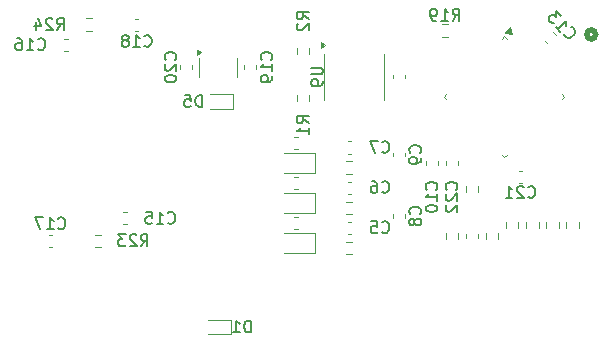
<source format=gbr>
%TF.GenerationSoftware,KiCad,Pcbnew,8.0.6-8.0.6-0~ubuntu22.04.1*%
%TF.CreationDate,2024-11-01T23:26:47+09:00*%
%TF.ProjectId,blmd_hardware,626c6d64-5f68-4617-9264-776172652e6b,rev?*%
%TF.SameCoordinates,Original*%
%TF.FileFunction,Legend,Bot*%
%TF.FilePolarity,Positive*%
%FSLAX46Y46*%
G04 Gerber Fmt 4.6, Leading zero omitted, Abs format (unit mm)*
G04 Created by KiCad (PCBNEW 8.0.6-8.0.6-0~ubuntu22.04.1) date 2024-11-01 23:26:47*
%MOMM*%
%LPD*%
G01*
G04 APERTURE LIST*
%ADD10C,0.150000*%
%ADD11C,0.508000*%
%ADD12C,0.120000*%
G04 APERTURE END LIST*
D10*
X76654819Y-59833333D02*
X76178628Y-59500000D01*
X76654819Y-59261905D02*
X75654819Y-59261905D01*
X75654819Y-59261905D02*
X75654819Y-59642857D01*
X75654819Y-59642857D02*
X75702438Y-59738095D01*
X75702438Y-59738095D02*
X75750057Y-59785714D01*
X75750057Y-59785714D02*
X75845295Y-59833333D01*
X75845295Y-59833333D02*
X75988152Y-59833333D01*
X75988152Y-59833333D02*
X76083390Y-59785714D01*
X76083390Y-59785714D02*
X76131009Y-59738095D01*
X76131009Y-59738095D02*
X76178628Y-59642857D01*
X76178628Y-59642857D02*
X76178628Y-59261905D01*
X76654819Y-60785714D02*
X76654819Y-60214286D01*
X76654819Y-60500000D02*
X75654819Y-60500000D01*
X75654819Y-60500000D02*
X75797676Y-60404762D01*
X75797676Y-60404762D02*
X75892914Y-60309524D01*
X75892914Y-60309524D02*
X75940533Y-60214286D01*
X71768094Y-77554819D02*
X71768094Y-76554819D01*
X71768094Y-76554819D02*
X71529999Y-76554819D01*
X71529999Y-76554819D02*
X71387142Y-76602438D01*
X71387142Y-76602438D02*
X71291904Y-76697676D01*
X71291904Y-76697676D02*
X71244285Y-76792914D01*
X71244285Y-76792914D02*
X71196666Y-76983390D01*
X71196666Y-76983390D02*
X71196666Y-77126247D01*
X71196666Y-77126247D02*
X71244285Y-77316723D01*
X71244285Y-77316723D02*
X71291904Y-77411961D01*
X71291904Y-77411961D02*
X71387142Y-77507200D01*
X71387142Y-77507200D02*
X71529999Y-77554819D01*
X71529999Y-77554819D02*
X71768094Y-77554819D01*
X70244285Y-77554819D02*
X70815713Y-77554819D01*
X70529999Y-77554819D02*
X70529999Y-76554819D01*
X70529999Y-76554819D02*
X70625237Y-76697676D01*
X70625237Y-76697676D02*
X70720475Y-76792914D01*
X70720475Y-76792914D02*
X70815713Y-76840533D01*
X87459580Y-65457142D02*
X87507200Y-65409523D01*
X87507200Y-65409523D02*
X87554819Y-65266666D01*
X87554819Y-65266666D02*
X87554819Y-65171428D01*
X87554819Y-65171428D02*
X87507200Y-65028571D01*
X87507200Y-65028571D02*
X87411961Y-64933333D01*
X87411961Y-64933333D02*
X87316723Y-64885714D01*
X87316723Y-64885714D02*
X87126247Y-64838095D01*
X87126247Y-64838095D02*
X86983390Y-64838095D01*
X86983390Y-64838095D02*
X86792914Y-64885714D01*
X86792914Y-64885714D02*
X86697676Y-64933333D01*
X86697676Y-64933333D02*
X86602438Y-65028571D01*
X86602438Y-65028571D02*
X86554819Y-65171428D01*
X86554819Y-65171428D02*
X86554819Y-65266666D01*
X86554819Y-65266666D02*
X86602438Y-65409523D01*
X86602438Y-65409523D02*
X86650057Y-65457142D01*
X87554819Y-66409523D02*
X87554819Y-65838095D01*
X87554819Y-66123809D02*
X86554819Y-66123809D01*
X86554819Y-66123809D02*
X86697676Y-66028571D01*
X86697676Y-66028571D02*
X86792914Y-65933333D01*
X86792914Y-65933333D02*
X86840533Y-65838095D01*
X86554819Y-67028571D02*
X86554819Y-67123809D01*
X86554819Y-67123809D02*
X86602438Y-67219047D01*
X86602438Y-67219047D02*
X86650057Y-67266666D01*
X86650057Y-67266666D02*
X86745295Y-67314285D01*
X86745295Y-67314285D02*
X86935771Y-67361904D01*
X86935771Y-67361904D02*
X87173866Y-67361904D01*
X87173866Y-67361904D02*
X87364342Y-67314285D01*
X87364342Y-67314285D02*
X87459580Y-67266666D01*
X87459580Y-67266666D02*
X87507200Y-67219047D01*
X87507200Y-67219047D02*
X87554819Y-67123809D01*
X87554819Y-67123809D02*
X87554819Y-67028571D01*
X87554819Y-67028571D02*
X87507200Y-66933333D01*
X87507200Y-66933333D02*
X87459580Y-66885714D01*
X87459580Y-66885714D02*
X87364342Y-66838095D01*
X87364342Y-66838095D02*
X87173866Y-66790476D01*
X87173866Y-66790476D02*
X86935771Y-66790476D01*
X86935771Y-66790476D02*
X86745295Y-66838095D01*
X86745295Y-66838095D02*
X86650057Y-66885714D01*
X86650057Y-66885714D02*
X86602438Y-66933333D01*
X86602438Y-66933333D02*
X86554819Y-67028571D01*
X82866666Y-65659580D02*
X82914285Y-65707200D01*
X82914285Y-65707200D02*
X83057142Y-65754819D01*
X83057142Y-65754819D02*
X83152380Y-65754819D01*
X83152380Y-65754819D02*
X83295237Y-65707200D01*
X83295237Y-65707200D02*
X83390475Y-65611961D01*
X83390475Y-65611961D02*
X83438094Y-65516723D01*
X83438094Y-65516723D02*
X83485713Y-65326247D01*
X83485713Y-65326247D02*
X83485713Y-65183390D01*
X83485713Y-65183390D02*
X83438094Y-64992914D01*
X83438094Y-64992914D02*
X83390475Y-64897676D01*
X83390475Y-64897676D02*
X83295237Y-64802438D01*
X83295237Y-64802438D02*
X83152380Y-64754819D01*
X83152380Y-64754819D02*
X83057142Y-64754819D01*
X83057142Y-64754819D02*
X82914285Y-64802438D01*
X82914285Y-64802438D02*
X82866666Y-64850057D01*
X82009523Y-64754819D02*
X82199999Y-64754819D01*
X82199999Y-64754819D02*
X82295237Y-64802438D01*
X82295237Y-64802438D02*
X82342856Y-64850057D01*
X82342856Y-64850057D02*
X82438094Y-64992914D01*
X82438094Y-64992914D02*
X82485713Y-65183390D01*
X82485713Y-65183390D02*
X82485713Y-65564342D01*
X82485713Y-65564342D02*
X82438094Y-65659580D01*
X82438094Y-65659580D02*
X82390475Y-65707200D01*
X82390475Y-65707200D02*
X82295237Y-65754819D01*
X82295237Y-65754819D02*
X82104761Y-65754819D01*
X82104761Y-65754819D02*
X82009523Y-65707200D01*
X82009523Y-65707200D02*
X81961904Y-65659580D01*
X81961904Y-65659580D02*
X81914285Y-65564342D01*
X81914285Y-65564342D02*
X81914285Y-65326247D01*
X81914285Y-65326247D02*
X81961904Y-65231009D01*
X81961904Y-65231009D02*
X82009523Y-65183390D01*
X82009523Y-65183390D02*
X82104761Y-65135771D01*
X82104761Y-65135771D02*
X82295237Y-65135771D01*
X82295237Y-65135771D02*
X82390475Y-65183390D01*
X82390475Y-65183390D02*
X82438094Y-65231009D01*
X82438094Y-65231009D02*
X82485713Y-65326247D01*
X95242857Y-66059580D02*
X95290476Y-66107200D01*
X95290476Y-66107200D02*
X95433333Y-66154819D01*
X95433333Y-66154819D02*
X95528571Y-66154819D01*
X95528571Y-66154819D02*
X95671428Y-66107200D01*
X95671428Y-66107200D02*
X95766666Y-66011961D01*
X95766666Y-66011961D02*
X95814285Y-65916723D01*
X95814285Y-65916723D02*
X95861904Y-65726247D01*
X95861904Y-65726247D02*
X95861904Y-65583390D01*
X95861904Y-65583390D02*
X95814285Y-65392914D01*
X95814285Y-65392914D02*
X95766666Y-65297676D01*
X95766666Y-65297676D02*
X95671428Y-65202438D01*
X95671428Y-65202438D02*
X95528571Y-65154819D01*
X95528571Y-65154819D02*
X95433333Y-65154819D01*
X95433333Y-65154819D02*
X95290476Y-65202438D01*
X95290476Y-65202438D02*
X95242857Y-65250057D01*
X94861904Y-65250057D02*
X94814285Y-65202438D01*
X94814285Y-65202438D02*
X94719047Y-65154819D01*
X94719047Y-65154819D02*
X94480952Y-65154819D01*
X94480952Y-65154819D02*
X94385714Y-65202438D01*
X94385714Y-65202438D02*
X94338095Y-65250057D01*
X94338095Y-65250057D02*
X94290476Y-65345295D01*
X94290476Y-65345295D02*
X94290476Y-65440533D01*
X94290476Y-65440533D02*
X94338095Y-65583390D01*
X94338095Y-65583390D02*
X94909523Y-66154819D01*
X94909523Y-66154819D02*
X94290476Y-66154819D01*
X93338095Y-66154819D02*
X93909523Y-66154819D01*
X93623809Y-66154819D02*
X93623809Y-65154819D01*
X93623809Y-65154819D02*
X93719047Y-65297676D01*
X93719047Y-65297676D02*
X93814285Y-65392914D01*
X93814285Y-65392914D02*
X93909523Y-65440533D01*
X73489580Y-54457142D02*
X73537200Y-54409523D01*
X73537200Y-54409523D02*
X73584819Y-54266666D01*
X73584819Y-54266666D02*
X73584819Y-54171428D01*
X73584819Y-54171428D02*
X73537200Y-54028571D01*
X73537200Y-54028571D02*
X73441961Y-53933333D01*
X73441961Y-53933333D02*
X73346723Y-53885714D01*
X73346723Y-53885714D02*
X73156247Y-53838095D01*
X73156247Y-53838095D02*
X73013390Y-53838095D01*
X73013390Y-53838095D02*
X72822914Y-53885714D01*
X72822914Y-53885714D02*
X72727676Y-53933333D01*
X72727676Y-53933333D02*
X72632438Y-54028571D01*
X72632438Y-54028571D02*
X72584819Y-54171428D01*
X72584819Y-54171428D02*
X72584819Y-54266666D01*
X72584819Y-54266666D02*
X72632438Y-54409523D01*
X72632438Y-54409523D02*
X72680057Y-54457142D01*
X73584819Y-55409523D02*
X73584819Y-54838095D01*
X73584819Y-55123809D02*
X72584819Y-55123809D01*
X72584819Y-55123809D02*
X72727676Y-55028571D01*
X72727676Y-55028571D02*
X72822914Y-54933333D01*
X72822914Y-54933333D02*
X72870533Y-54838095D01*
X73584819Y-55885714D02*
X73584819Y-56076190D01*
X73584819Y-56076190D02*
X73537200Y-56171428D01*
X73537200Y-56171428D02*
X73489580Y-56219047D01*
X73489580Y-56219047D02*
X73346723Y-56314285D01*
X73346723Y-56314285D02*
X73156247Y-56361904D01*
X73156247Y-56361904D02*
X72775295Y-56361904D01*
X72775295Y-56361904D02*
X72680057Y-56314285D01*
X72680057Y-56314285D02*
X72632438Y-56266666D01*
X72632438Y-56266666D02*
X72584819Y-56171428D01*
X72584819Y-56171428D02*
X72584819Y-55980952D01*
X72584819Y-55980952D02*
X72632438Y-55885714D01*
X72632438Y-55885714D02*
X72680057Y-55838095D01*
X72680057Y-55838095D02*
X72775295Y-55790476D01*
X72775295Y-55790476D02*
X73013390Y-55790476D01*
X73013390Y-55790476D02*
X73108628Y-55838095D01*
X73108628Y-55838095D02*
X73156247Y-55885714D01*
X73156247Y-55885714D02*
X73203866Y-55980952D01*
X73203866Y-55980952D02*
X73203866Y-56171428D01*
X73203866Y-56171428D02*
X73156247Y-56266666D01*
X73156247Y-56266666D02*
X73108628Y-56314285D01*
X73108628Y-56314285D02*
X73013390Y-56361904D01*
X64742857Y-68259580D02*
X64790476Y-68307200D01*
X64790476Y-68307200D02*
X64933333Y-68354819D01*
X64933333Y-68354819D02*
X65028571Y-68354819D01*
X65028571Y-68354819D02*
X65171428Y-68307200D01*
X65171428Y-68307200D02*
X65266666Y-68211961D01*
X65266666Y-68211961D02*
X65314285Y-68116723D01*
X65314285Y-68116723D02*
X65361904Y-67926247D01*
X65361904Y-67926247D02*
X65361904Y-67783390D01*
X65361904Y-67783390D02*
X65314285Y-67592914D01*
X65314285Y-67592914D02*
X65266666Y-67497676D01*
X65266666Y-67497676D02*
X65171428Y-67402438D01*
X65171428Y-67402438D02*
X65028571Y-67354819D01*
X65028571Y-67354819D02*
X64933333Y-67354819D01*
X64933333Y-67354819D02*
X64790476Y-67402438D01*
X64790476Y-67402438D02*
X64742857Y-67450057D01*
X63790476Y-68354819D02*
X64361904Y-68354819D01*
X64076190Y-68354819D02*
X64076190Y-67354819D01*
X64076190Y-67354819D02*
X64171428Y-67497676D01*
X64171428Y-67497676D02*
X64266666Y-67592914D01*
X64266666Y-67592914D02*
X64361904Y-67640533D01*
X62885714Y-67354819D02*
X63361904Y-67354819D01*
X63361904Y-67354819D02*
X63409523Y-67831009D01*
X63409523Y-67831009D02*
X63361904Y-67783390D01*
X63361904Y-67783390D02*
X63266666Y-67735771D01*
X63266666Y-67735771D02*
X63028571Y-67735771D01*
X63028571Y-67735771D02*
X62933333Y-67783390D01*
X62933333Y-67783390D02*
X62885714Y-67831009D01*
X62885714Y-67831009D02*
X62838095Y-67926247D01*
X62838095Y-67926247D02*
X62838095Y-68164342D01*
X62838095Y-68164342D02*
X62885714Y-68259580D01*
X62885714Y-68259580D02*
X62933333Y-68307200D01*
X62933333Y-68307200D02*
X63028571Y-68354819D01*
X63028571Y-68354819D02*
X63266666Y-68354819D01*
X63266666Y-68354819D02*
X63361904Y-68307200D01*
X63361904Y-68307200D02*
X63409523Y-68259580D01*
X62742857Y-53289580D02*
X62790476Y-53337200D01*
X62790476Y-53337200D02*
X62933333Y-53384819D01*
X62933333Y-53384819D02*
X63028571Y-53384819D01*
X63028571Y-53384819D02*
X63171428Y-53337200D01*
X63171428Y-53337200D02*
X63266666Y-53241961D01*
X63266666Y-53241961D02*
X63314285Y-53146723D01*
X63314285Y-53146723D02*
X63361904Y-52956247D01*
X63361904Y-52956247D02*
X63361904Y-52813390D01*
X63361904Y-52813390D02*
X63314285Y-52622914D01*
X63314285Y-52622914D02*
X63266666Y-52527676D01*
X63266666Y-52527676D02*
X63171428Y-52432438D01*
X63171428Y-52432438D02*
X63028571Y-52384819D01*
X63028571Y-52384819D02*
X62933333Y-52384819D01*
X62933333Y-52384819D02*
X62790476Y-52432438D01*
X62790476Y-52432438D02*
X62742857Y-52480057D01*
X61790476Y-53384819D02*
X62361904Y-53384819D01*
X62076190Y-53384819D02*
X62076190Y-52384819D01*
X62076190Y-52384819D02*
X62171428Y-52527676D01*
X62171428Y-52527676D02*
X62266666Y-52622914D01*
X62266666Y-52622914D02*
X62361904Y-52670533D01*
X61219047Y-52813390D02*
X61314285Y-52765771D01*
X61314285Y-52765771D02*
X61361904Y-52718152D01*
X61361904Y-52718152D02*
X61409523Y-52622914D01*
X61409523Y-52622914D02*
X61409523Y-52575295D01*
X61409523Y-52575295D02*
X61361904Y-52480057D01*
X61361904Y-52480057D02*
X61314285Y-52432438D01*
X61314285Y-52432438D02*
X61219047Y-52384819D01*
X61219047Y-52384819D02*
X61028571Y-52384819D01*
X61028571Y-52384819D02*
X60933333Y-52432438D01*
X60933333Y-52432438D02*
X60885714Y-52480057D01*
X60885714Y-52480057D02*
X60838095Y-52575295D01*
X60838095Y-52575295D02*
X60838095Y-52622914D01*
X60838095Y-52622914D02*
X60885714Y-52718152D01*
X60885714Y-52718152D02*
X60933333Y-52765771D01*
X60933333Y-52765771D02*
X61028571Y-52813390D01*
X61028571Y-52813390D02*
X61219047Y-52813390D01*
X61219047Y-52813390D02*
X61314285Y-52861009D01*
X61314285Y-52861009D02*
X61361904Y-52908628D01*
X61361904Y-52908628D02*
X61409523Y-53003866D01*
X61409523Y-53003866D02*
X61409523Y-53194342D01*
X61409523Y-53194342D02*
X61361904Y-53289580D01*
X61361904Y-53289580D02*
X61314285Y-53337200D01*
X61314285Y-53337200D02*
X61219047Y-53384819D01*
X61219047Y-53384819D02*
X61028571Y-53384819D01*
X61028571Y-53384819D02*
X60933333Y-53337200D01*
X60933333Y-53337200D02*
X60885714Y-53289580D01*
X60885714Y-53289580D02*
X60838095Y-53194342D01*
X60838095Y-53194342D02*
X60838095Y-53003866D01*
X60838095Y-53003866D02*
X60885714Y-52908628D01*
X60885714Y-52908628D02*
X60933333Y-52861009D01*
X60933333Y-52861009D02*
X61028571Y-52813390D01*
X89159580Y-65457142D02*
X89207200Y-65409523D01*
X89207200Y-65409523D02*
X89254819Y-65266666D01*
X89254819Y-65266666D02*
X89254819Y-65171428D01*
X89254819Y-65171428D02*
X89207200Y-65028571D01*
X89207200Y-65028571D02*
X89111961Y-64933333D01*
X89111961Y-64933333D02*
X89016723Y-64885714D01*
X89016723Y-64885714D02*
X88826247Y-64838095D01*
X88826247Y-64838095D02*
X88683390Y-64838095D01*
X88683390Y-64838095D02*
X88492914Y-64885714D01*
X88492914Y-64885714D02*
X88397676Y-64933333D01*
X88397676Y-64933333D02*
X88302438Y-65028571D01*
X88302438Y-65028571D02*
X88254819Y-65171428D01*
X88254819Y-65171428D02*
X88254819Y-65266666D01*
X88254819Y-65266666D02*
X88302438Y-65409523D01*
X88302438Y-65409523D02*
X88350057Y-65457142D01*
X88350057Y-65838095D02*
X88302438Y-65885714D01*
X88302438Y-65885714D02*
X88254819Y-65980952D01*
X88254819Y-65980952D02*
X88254819Y-66219047D01*
X88254819Y-66219047D02*
X88302438Y-66314285D01*
X88302438Y-66314285D02*
X88350057Y-66361904D01*
X88350057Y-66361904D02*
X88445295Y-66409523D01*
X88445295Y-66409523D02*
X88540533Y-66409523D01*
X88540533Y-66409523D02*
X88683390Y-66361904D01*
X88683390Y-66361904D02*
X89254819Y-65790476D01*
X89254819Y-65790476D02*
X89254819Y-66409523D01*
X88350057Y-66790476D02*
X88302438Y-66838095D01*
X88302438Y-66838095D02*
X88254819Y-66933333D01*
X88254819Y-66933333D02*
X88254819Y-67171428D01*
X88254819Y-67171428D02*
X88302438Y-67266666D01*
X88302438Y-67266666D02*
X88350057Y-67314285D01*
X88350057Y-67314285D02*
X88445295Y-67361904D01*
X88445295Y-67361904D02*
X88540533Y-67361904D01*
X88540533Y-67361904D02*
X88683390Y-67314285D01*
X88683390Y-67314285D02*
X89254819Y-66742857D01*
X89254819Y-66742857D02*
X89254819Y-67361904D01*
X62442857Y-70254819D02*
X62776190Y-69778628D01*
X63014285Y-70254819D02*
X63014285Y-69254819D01*
X63014285Y-69254819D02*
X62633333Y-69254819D01*
X62633333Y-69254819D02*
X62538095Y-69302438D01*
X62538095Y-69302438D02*
X62490476Y-69350057D01*
X62490476Y-69350057D02*
X62442857Y-69445295D01*
X62442857Y-69445295D02*
X62442857Y-69588152D01*
X62442857Y-69588152D02*
X62490476Y-69683390D01*
X62490476Y-69683390D02*
X62538095Y-69731009D01*
X62538095Y-69731009D02*
X62633333Y-69778628D01*
X62633333Y-69778628D02*
X63014285Y-69778628D01*
X62061904Y-69350057D02*
X62014285Y-69302438D01*
X62014285Y-69302438D02*
X61919047Y-69254819D01*
X61919047Y-69254819D02*
X61680952Y-69254819D01*
X61680952Y-69254819D02*
X61585714Y-69302438D01*
X61585714Y-69302438D02*
X61538095Y-69350057D01*
X61538095Y-69350057D02*
X61490476Y-69445295D01*
X61490476Y-69445295D02*
X61490476Y-69540533D01*
X61490476Y-69540533D02*
X61538095Y-69683390D01*
X61538095Y-69683390D02*
X62109523Y-70254819D01*
X62109523Y-70254819D02*
X61490476Y-70254819D01*
X61157142Y-69254819D02*
X60538095Y-69254819D01*
X60538095Y-69254819D02*
X60871428Y-69635771D01*
X60871428Y-69635771D02*
X60728571Y-69635771D01*
X60728571Y-69635771D02*
X60633333Y-69683390D01*
X60633333Y-69683390D02*
X60585714Y-69731009D01*
X60585714Y-69731009D02*
X60538095Y-69826247D01*
X60538095Y-69826247D02*
X60538095Y-70064342D01*
X60538095Y-70064342D02*
X60585714Y-70159580D01*
X60585714Y-70159580D02*
X60633333Y-70207200D01*
X60633333Y-70207200D02*
X60728571Y-70254819D01*
X60728571Y-70254819D02*
X61014285Y-70254819D01*
X61014285Y-70254819D02*
X61109523Y-70207200D01*
X61109523Y-70207200D02*
X61157142Y-70159580D01*
X67638094Y-58454819D02*
X67638094Y-57454819D01*
X67638094Y-57454819D02*
X67399999Y-57454819D01*
X67399999Y-57454819D02*
X67257142Y-57502438D01*
X67257142Y-57502438D02*
X67161904Y-57597676D01*
X67161904Y-57597676D02*
X67114285Y-57692914D01*
X67114285Y-57692914D02*
X67066666Y-57883390D01*
X67066666Y-57883390D02*
X67066666Y-58026247D01*
X67066666Y-58026247D02*
X67114285Y-58216723D01*
X67114285Y-58216723D02*
X67161904Y-58311961D01*
X67161904Y-58311961D02*
X67257142Y-58407200D01*
X67257142Y-58407200D02*
X67399999Y-58454819D01*
X67399999Y-58454819D02*
X67638094Y-58454819D01*
X66161904Y-57454819D02*
X66638094Y-57454819D01*
X66638094Y-57454819D02*
X66685713Y-57931009D01*
X66685713Y-57931009D02*
X66638094Y-57883390D01*
X66638094Y-57883390D02*
X66542856Y-57835771D01*
X66542856Y-57835771D02*
X66304761Y-57835771D01*
X66304761Y-57835771D02*
X66209523Y-57883390D01*
X66209523Y-57883390D02*
X66161904Y-57931009D01*
X66161904Y-57931009D02*
X66114285Y-58026247D01*
X66114285Y-58026247D02*
X66114285Y-58264342D01*
X66114285Y-58264342D02*
X66161904Y-58359580D01*
X66161904Y-58359580D02*
X66209523Y-58407200D01*
X66209523Y-58407200D02*
X66304761Y-58454819D01*
X66304761Y-58454819D02*
X66542856Y-58454819D01*
X66542856Y-58454819D02*
X66638094Y-58407200D01*
X66638094Y-58407200D02*
X66685713Y-58359580D01*
X86089580Y-67533333D02*
X86137200Y-67485714D01*
X86137200Y-67485714D02*
X86184819Y-67342857D01*
X86184819Y-67342857D02*
X86184819Y-67247619D01*
X86184819Y-67247619D02*
X86137200Y-67104762D01*
X86137200Y-67104762D02*
X86041961Y-67009524D01*
X86041961Y-67009524D02*
X85946723Y-66961905D01*
X85946723Y-66961905D02*
X85756247Y-66914286D01*
X85756247Y-66914286D02*
X85613390Y-66914286D01*
X85613390Y-66914286D02*
X85422914Y-66961905D01*
X85422914Y-66961905D02*
X85327676Y-67009524D01*
X85327676Y-67009524D02*
X85232438Y-67104762D01*
X85232438Y-67104762D02*
X85184819Y-67247619D01*
X85184819Y-67247619D02*
X85184819Y-67342857D01*
X85184819Y-67342857D02*
X85232438Y-67485714D01*
X85232438Y-67485714D02*
X85280057Y-67533333D01*
X85613390Y-68104762D02*
X85565771Y-68009524D01*
X85565771Y-68009524D02*
X85518152Y-67961905D01*
X85518152Y-67961905D02*
X85422914Y-67914286D01*
X85422914Y-67914286D02*
X85375295Y-67914286D01*
X85375295Y-67914286D02*
X85280057Y-67961905D01*
X85280057Y-67961905D02*
X85232438Y-68009524D01*
X85232438Y-68009524D02*
X85184819Y-68104762D01*
X85184819Y-68104762D02*
X85184819Y-68295238D01*
X85184819Y-68295238D02*
X85232438Y-68390476D01*
X85232438Y-68390476D02*
X85280057Y-68438095D01*
X85280057Y-68438095D02*
X85375295Y-68485714D01*
X85375295Y-68485714D02*
X85422914Y-68485714D01*
X85422914Y-68485714D02*
X85518152Y-68438095D01*
X85518152Y-68438095D02*
X85565771Y-68390476D01*
X85565771Y-68390476D02*
X85613390Y-68295238D01*
X85613390Y-68295238D02*
X85613390Y-68104762D01*
X85613390Y-68104762D02*
X85661009Y-68009524D01*
X85661009Y-68009524D02*
X85708628Y-67961905D01*
X85708628Y-67961905D02*
X85803866Y-67914286D01*
X85803866Y-67914286D02*
X85994342Y-67914286D01*
X85994342Y-67914286D02*
X86089580Y-67961905D01*
X86089580Y-67961905D02*
X86137200Y-68009524D01*
X86137200Y-68009524D02*
X86184819Y-68104762D01*
X86184819Y-68104762D02*
X86184819Y-68295238D01*
X86184819Y-68295238D02*
X86137200Y-68390476D01*
X86137200Y-68390476D02*
X86089580Y-68438095D01*
X86089580Y-68438095D02*
X85994342Y-68485714D01*
X85994342Y-68485714D02*
X85803866Y-68485714D01*
X85803866Y-68485714D02*
X85708628Y-68438095D01*
X85708628Y-68438095D02*
X85661009Y-68390476D01*
X85661009Y-68390476D02*
X85613390Y-68295238D01*
X86089580Y-62333333D02*
X86137200Y-62285714D01*
X86137200Y-62285714D02*
X86184819Y-62142857D01*
X86184819Y-62142857D02*
X86184819Y-62047619D01*
X86184819Y-62047619D02*
X86137200Y-61904762D01*
X86137200Y-61904762D02*
X86041961Y-61809524D01*
X86041961Y-61809524D02*
X85946723Y-61761905D01*
X85946723Y-61761905D02*
X85756247Y-61714286D01*
X85756247Y-61714286D02*
X85613390Y-61714286D01*
X85613390Y-61714286D02*
X85422914Y-61761905D01*
X85422914Y-61761905D02*
X85327676Y-61809524D01*
X85327676Y-61809524D02*
X85232438Y-61904762D01*
X85232438Y-61904762D02*
X85184819Y-62047619D01*
X85184819Y-62047619D02*
X85184819Y-62142857D01*
X85184819Y-62142857D02*
X85232438Y-62285714D01*
X85232438Y-62285714D02*
X85280057Y-62333333D01*
X86184819Y-62809524D02*
X86184819Y-63000000D01*
X86184819Y-63000000D02*
X86137200Y-63095238D01*
X86137200Y-63095238D02*
X86089580Y-63142857D01*
X86089580Y-63142857D02*
X85946723Y-63238095D01*
X85946723Y-63238095D02*
X85756247Y-63285714D01*
X85756247Y-63285714D02*
X85375295Y-63285714D01*
X85375295Y-63285714D02*
X85280057Y-63238095D01*
X85280057Y-63238095D02*
X85232438Y-63190476D01*
X85232438Y-63190476D02*
X85184819Y-63095238D01*
X85184819Y-63095238D02*
X85184819Y-62904762D01*
X85184819Y-62904762D02*
X85232438Y-62809524D01*
X85232438Y-62809524D02*
X85280057Y-62761905D01*
X85280057Y-62761905D02*
X85375295Y-62714286D01*
X85375295Y-62714286D02*
X85613390Y-62714286D01*
X85613390Y-62714286D02*
X85708628Y-62761905D01*
X85708628Y-62761905D02*
X85756247Y-62809524D01*
X85756247Y-62809524D02*
X85803866Y-62904762D01*
X85803866Y-62904762D02*
X85803866Y-63095238D01*
X85803866Y-63095238D02*
X85756247Y-63190476D01*
X85756247Y-63190476D02*
X85708628Y-63238095D01*
X85708628Y-63238095D02*
X85613390Y-63285714D01*
X82866666Y-69059580D02*
X82914285Y-69107200D01*
X82914285Y-69107200D02*
X83057142Y-69154819D01*
X83057142Y-69154819D02*
X83152380Y-69154819D01*
X83152380Y-69154819D02*
X83295237Y-69107200D01*
X83295237Y-69107200D02*
X83390475Y-69011961D01*
X83390475Y-69011961D02*
X83438094Y-68916723D01*
X83438094Y-68916723D02*
X83485713Y-68726247D01*
X83485713Y-68726247D02*
X83485713Y-68583390D01*
X83485713Y-68583390D02*
X83438094Y-68392914D01*
X83438094Y-68392914D02*
X83390475Y-68297676D01*
X83390475Y-68297676D02*
X83295237Y-68202438D01*
X83295237Y-68202438D02*
X83152380Y-68154819D01*
X83152380Y-68154819D02*
X83057142Y-68154819D01*
X83057142Y-68154819D02*
X82914285Y-68202438D01*
X82914285Y-68202438D02*
X82866666Y-68250057D01*
X81961904Y-68154819D02*
X82438094Y-68154819D01*
X82438094Y-68154819D02*
X82485713Y-68631009D01*
X82485713Y-68631009D02*
X82438094Y-68583390D01*
X82438094Y-68583390D02*
X82342856Y-68535771D01*
X82342856Y-68535771D02*
X82104761Y-68535771D01*
X82104761Y-68535771D02*
X82009523Y-68583390D01*
X82009523Y-68583390D02*
X81961904Y-68631009D01*
X81961904Y-68631009D02*
X81914285Y-68726247D01*
X81914285Y-68726247D02*
X81914285Y-68964342D01*
X81914285Y-68964342D02*
X81961904Y-69059580D01*
X81961904Y-69059580D02*
X82009523Y-69107200D01*
X82009523Y-69107200D02*
X82104761Y-69154819D01*
X82104761Y-69154819D02*
X82342856Y-69154819D01*
X82342856Y-69154819D02*
X82438094Y-69107200D01*
X82438094Y-69107200D02*
X82485713Y-69059580D01*
X55342857Y-51954819D02*
X55676190Y-51478628D01*
X55914285Y-51954819D02*
X55914285Y-50954819D01*
X55914285Y-50954819D02*
X55533333Y-50954819D01*
X55533333Y-50954819D02*
X55438095Y-51002438D01*
X55438095Y-51002438D02*
X55390476Y-51050057D01*
X55390476Y-51050057D02*
X55342857Y-51145295D01*
X55342857Y-51145295D02*
X55342857Y-51288152D01*
X55342857Y-51288152D02*
X55390476Y-51383390D01*
X55390476Y-51383390D02*
X55438095Y-51431009D01*
X55438095Y-51431009D02*
X55533333Y-51478628D01*
X55533333Y-51478628D02*
X55914285Y-51478628D01*
X54961904Y-51050057D02*
X54914285Y-51002438D01*
X54914285Y-51002438D02*
X54819047Y-50954819D01*
X54819047Y-50954819D02*
X54580952Y-50954819D01*
X54580952Y-50954819D02*
X54485714Y-51002438D01*
X54485714Y-51002438D02*
X54438095Y-51050057D01*
X54438095Y-51050057D02*
X54390476Y-51145295D01*
X54390476Y-51145295D02*
X54390476Y-51240533D01*
X54390476Y-51240533D02*
X54438095Y-51383390D01*
X54438095Y-51383390D02*
X55009523Y-51954819D01*
X55009523Y-51954819D02*
X54390476Y-51954819D01*
X53533333Y-51288152D02*
X53533333Y-51954819D01*
X53771428Y-50907200D02*
X54009523Y-51621485D01*
X54009523Y-51621485D02*
X53390476Y-51621485D01*
X82866666Y-62259580D02*
X82914285Y-62307200D01*
X82914285Y-62307200D02*
X83057142Y-62354819D01*
X83057142Y-62354819D02*
X83152380Y-62354819D01*
X83152380Y-62354819D02*
X83295237Y-62307200D01*
X83295237Y-62307200D02*
X83390475Y-62211961D01*
X83390475Y-62211961D02*
X83438094Y-62116723D01*
X83438094Y-62116723D02*
X83485713Y-61926247D01*
X83485713Y-61926247D02*
X83485713Y-61783390D01*
X83485713Y-61783390D02*
X83438094Y-61592914D01*
X83438094Y-61592914D02*
X83390475Y-61497676D01*
X83390475Y-61497676D02*
X83295237Y-61402438D01*
X83295237Y-61402438D02*
X83152380Y-61354819D01*
X83152380Y-61354819D02*
X83057142Y-61354819D01*
X83057142Y-61354819D02*
X82914285Y-61402438D01*
X82914285Y-61402438D02*
X82866666Y-61450057D01*
X82533332Y-61354819D02*
X81866666Y-61354819D01*
X81866666Y-61354819D02*
X82295237Y-62354819D01*
X55442857Y-68729580D02*
X55490476Y-68777200D01*
X55490476Y-68777200D02*
X55633333Y-68824819D01*
X55633333Y-68824819D02*
X55728571Y-68824819D01*
X55728571Y-68824819D02*
X55871428Y-68777200D01*
X55871428Y-68777200D02*
X55966666Y-68681961D01*
X55966666Y-68681961D02*
X56014285Y-68586723D01*
X56014285Y-68586723D02*
X56061904Y-68396247D01*
X56061904Y-68396247D02*
X56061904Y-68253390D01*
X56061904Y-68253390D02*
X56014285Y-68062914D01*
X56014285Y-68062914D02*
X55966666Y-67967676D01*
X55966666Y-67967676D02*
X55871428Y-67872438D01*
X55871428Y-67872438D02*
X55728571Y-67824819D01*
X55728571Y-67824819D02*
X55633333Y-67824819D01*
X55633333Y-67824819D02*
X55490476Y-67872438D01*
X55490476Y-67872438D02*
X55442857Y-67920057D01*
X54490476Y-68824819D02*
X55061904Y-68824819D01*
X54776190Y-68824819D02*
X54776190Y-67824819D01*
X54776190Y-67824819D02*
X54871428Y-67967676D01*
X54871428Y-67967676D02*
X54966666Y-68062914D01*
X54966666Y-68062914D02*
X55061904Y-68110533D01*
X54157142Y-67824819D02*
X53490476Y-67824819D01*
X53490476Y-67824819D02*
X53919047Y-68824819D01*
X76854819Y-55138095D02*
X77664342Y-55138095D01*
X77664342Y-55138095D02*
X77759580Y-55185714D01*
X77759580Y-55185714D02*
X77807200Y-55233333D01*
X77807200Y-55233333D02*
X77854819Y-55328571D01*
X77854819Y-55328571D02*
X77854819Y-55519047D01*
X77854819Y-55519047D02*
X77807200Y-55614285D01*
X77807200Y-55614285D02*
X77759580Y-55661904D01*
X77759580Y-55661904D02*
X77664342Y-55709523D01*
X77664342Y-55709523D02*
X76854819Y-55709523D01*
X77854819Y-56233333D02*
X77854819Y-56423809D01*
X77854819Y-56423809D02*
X77807200Y-56519047D01*
X77807200Y-56519047D02*
X77759580Y-56566666D01*
X77759580Y-56566666D02*
X77616723Y-56661904D01*
X77616723Y-56661904D02*
X77426247Y-56709523D01*
X77426247Y-56709523D02*
X77045295Y-56709523D01*
X77045295Y-56709523D02*
X76950057Y-56661904D01*
X76950057Y-56661904D02*
X76902438Y-56614285D01*
X76902438Y-56614285D02*
X76854819Y-56519047D01*
X76854819Y-56519047D02*
X76854819Y-56328571D01*
X76854819Y-56328571D02*
X76902438Y-56233333D01*
X76902438Y-56233333D02*
X76950057Y-56185714D01*
X76950057Y-56185714D02*
X77045295Y-56138095D01*
X77045295Y-56138095D02*
X77283390Y-56138095D01*
X77283390Y-56138095D02*
X77378628Y-56185714D01*
X77378628Y-56185714D02*
X77426247Y-56233333D01*
X77426247Y-56233333D02*
X77473866Y-56328571D01*
X77473866Y-56328571D02*
X77473866Y-56519047D01*
X77473866Y-56519047D02*
X77426247Y-56614285D01*
X77426247Y-56614285D02*
X77378628Y-56661904D01*
X77378628Y-56661904D02*
X77283390Y-56709523D01*
X53742857Y-53559580D02*
X53790476Y-53607200D01*
X53790476Y-53607200D02*
X53933333Y-53654819D01*
X53933333Y-53654819D02*
X54028571Y-53654819D01*
X54028571Y-53654819D02*
X54171428Y-53607200D01*
X54171428Y-53607200D02*
X54266666Y-53511961D01*
X54266666Y-53511961D02*
X54314285Y-53416723D01*
X54314285Y-53416723D02*
X54361904Y-53226247D01*
X54361904Y-53226247D02*
X54361904Y-53083390D01*
X54361904Y-53083390D02*
X54314285Y-52892914D01*
X54314285Y-52892914D02*
X54266666Y-52797676D01*
X54266666Y-52797676D02*
X54171428Y-52702438D01*
X54171428Y-52702438D02*
X54028571Y-52654819D01*
X54028571Y-52654819D02*
X53933333Y-52654819D01*
X53933333Y-52654819D02*
X53790476Y-52702438D01*
X53790476Y-52702438D02*
X53742857Y-52750057D01*
X52790476Y-53654819D02*
X53361904Y-53654819D01*
X53076190Y-53654819D02*
X53076190Y-52654819D01*
X53076190Y-52654819D02*
X53171428Y-52797676D01*
X53171428Y-52797676D02*
X53266666Y-52892914D01*
X53266666Y-52892914D02*
X53361904Y-52940533D01*
X51933333Y-52654819D02*
X52123809Y-52654819D01*
X52123809Y-52654819D02*
X52219047Y-52702438D01*
X52219047Y-52702438D02*
X52266666Y-52750057D01*
X52266666Y-52750057D02*
X52361904Y-52892914D01*
X52361904Y-52892914D02*
X52409523Y-53083390D01*
X52409523Y-53083390D02*
X52409523Y-53464342D01*
X52409523Y-53464342D02*
X52361904Y-53559580D01*
X52361904Y-53559580D02*
X52314285Y-53607200D01*
X52314285Y-53607200D02*
X52219047Y-53654819D01*
X52219047Y-53654819D02*
X52028571Y-53654819D01*
X52028571Y-53654819D02*
X51933333Y-53607200D01*
X51933333Y-53607200D02*
X51885714Y-53559580D01*
X51885714Y-53559580D02*
X51838095Y-53464342D01*
X51838095Y-53464342D02*
X51838095Y-53226247D01*
X51838095Y-53226247D02*
X51885714Y-53131009D01*
X51885714Y-53131009D02*
X51933333Y-53083390D01*
X51933333Y-53083390D02*
X52028571Y-53035771D01*
X52028571Y-53035771D02*
X52219047Y-53035771D01*
X52219047Y-53035771D02*
X52314285Y-53083390D01*
X52314285Y-53083390D02*
X52361904Y-53131009D01*
X52361904Y-53131009D02*
X52409523Y-53226247D01*
X88842857Y-51154819D02*
X89176190Y-50678628D01*
X89414285Y-51154819D02*
X89414285Y-50154819D01*
X89414285Y-50154819D02*
X89033333Y-50154819D01*
X89033333Y-50154819D02*
X88938095Y-50202438D01*
X88938095Y-50202438D02*
X88890476Y-50250057D01*
X88890476Y-50250057D02*
X88842857Y-50345295D01*
X88842857Y-50345295D02*
X88842857Y-50488152D01*
X88842857Y-50488152D02*
X88890476Y-50583390D01*
X88890476Y-50583390D02*
X88938095Y-50631009D01*
X88938095Y-50631009D02*
X89033333Y-50678628D01*
X89033333Y-50678628D02*
X89414285Y-50678628D01*
X87890476Y-51154819D02*
X88461904Y-51154819D01*
X88176190Y-51154819D02*
X88176190Y-50154819D01*
X88176190Y-50154819D02*
X88271428Y-50297676D01*
X88271428Y-50297676D02*
X88366666Y-50392914D01*
X88366666Y-50392914D02*
X88461904Y-50440533D01*
X87414285Y-51154819D02*
X87223809Y-51154819D01*
X87223809Y-51154819D02*
X87128571Y-51107200D01*
X87128571Y-51107200D02*
X87080952Y-51059580D01*
X87080952Y-51059580D02*
X86985714Y-50916723D01*
X86985714Y-50916723D02*
X86938095Y-50726247D01*
X86938095Y-50726247D02*
X86938095Y-50345295D01*
X86938095Y-50345295D02*
X86985714Y-50250057D01*
X86985714Y-50250057D02*
X87033333Y-50202438D01*
X87033333Y-50202438D02*
X87128571Y-50154819D01*
X87128571Y-50154819D02*
X87319047Y-50154819D01*
X87319047Y-50154819D02*
X87414285Y-50202438D01*
X87414285Y-50202438D02*
X87461904Y-50250057D01*
X87461904Y-50250057D02*
X87509523Y-50345295D01*
X87509523Y-50345295D02*
X87509523Y-50583390D01*
X87509523Y-50583390D02*
X87461904Y-50678628D01*
X87461904Y-50678628D02*
X87414285Y-50726247D01*
X87414285Y-50726247D02*
X87319047Y-50773866D01*
X87319047Y-50773866D02*
X87128571Y-50773866D01*
X87128571Y-50773866D02*
X87033333Y-50726247D01*
X87033333Y-50726247D02*
X86985714Y-50678628D01*
X86985714Y-50678628D02*
X86938095Y-50583390D01*
X98311469Y-52297667D02*
X98311469Y-52365011D01*
X98311469Y-52365011D02*
X98378813Y-52499698D01*
X98378813Y-52499698D02*
X98446156Y-52567041D01*
X98446156Y-52567041D02*
X98580843Y-52634385D01*
X98580843Y-52634385D02*
X98715530Y-52634385D01*
X98715530Y-52634385D02*
X98816545Y-52600713D01*
X98816545Y-52600713D02*
X98984904Y-52499698D01*
X98984904Y-52499698D02*
X99085919Y-52398683D01*
X99085919Y-52398683D02*
X99186935Y-52230324D01*
X99186935Y-52230324D02*
X99220606Y-52129309D01*
X99220606Y-52129309D02*
X99220606Y-51994622D01*
X99220606Y-51994622D02*
X99153263Y-51859935D01*
X99153263Y-51859935D02*
X99085919Y-51792591D01*
X99085919Y-51792591D02*
X98951232Y-51725248D01*
X98951232Y-51725248D02*
X98883889Y-51725248D01*
X97570691Y-51691576D02*
X97974752Y-52095637D01*
X97772721Y-51893606D02*
X98479828Y-51186500D01*
X98479828Y-51186500D02*
X98446156Y-51354858D01*
X98446156Y-51354858D02*
X98446156Y-51489545D01*
X98446156Y-51489545D02*
X98479828Y-51590561D01*
X98042095Y-50748767D02*
X97604362Y-50311034D01*
X97604362Y-50311034D02*
X97570690Y-50816110D01*
X97570690Y-50816110D02*
X97469675Y-50715095D01*
X97469675Y-50715095D02*
X97368660Y-50681423D01*
X97368660Y-50681423D02*
X97301316Y-50681423D01*
X97301316Y-50681423D02*
X97200301Y-50715095D01*
X97200301Y-50715095D02*
X97031942Y-50883454D01*
X97031942Y-50883454D02*
X96998271Y-50984469D01*
X96998271Y-50984469D02*
X96998271Y-51051812D01*
X96998271Y-51051812D02*
X97031942Y-51152828D01*
X97031942Y-51152828D02*
X97233973Y-51354858D01*
X97233973Y-51354858D02*
X97334988Y-51388530D01*
X97334988Y-51388530D02*
X97402332Y-51388530D01*
X65359580Y-54457142D02*
X65407200Y-54409523D01*
X65407200Y-54409523D02*
X65454819Y-54266666D01*
X65454819Y-54266666D02*
X65454819Y-54171428D01*
X65454819Y-54171428D02*
X65407200Y-54028571D01*
X65407200Y-54028571D02*
X65311961Y-53933333D01*
X65311961Y-53933333D02*
X65216723Y-53885714D01*
X65216723Y-53885714D02*
X65026247Y-53838095D01*
X65026247Y-53838095D02*
X64883390Y-53838095D01*
X64883390Y-53838095D02*
X64692914Y-53885714D01*
X64692914Y-53885714D02*
X64597676Y-53933333D01*
X64597676Y-53933333D02*
X64502438Y-54028571D01*
X64502438Y-54028571D02*
X64454819Y-54171428D01*
X64454819Y-54171428D02*
X64454819Y-54266666D01*
X64454819Y-54266666D02*
X64502438Y-54409523D01*
X64502438Y-54409523D02*
X64550057Y-54457142D01*
X64550057Y-54838095D02*
X64502438Y-54885714D01*
X64502438Y-54885714D02*
X64454819Y-54980952D01*
X64454819Y-54980952D02*
X64454819Y-55219047D01*
X64454819Y-55219047D02*
X64502438Y-55314285D01*
X64502438Y-55314285D02*
X64550057Y-55361904D01*
X64550057Y-55361904D02*
X64645295Y-55409523D01*
X64645295Y-55409523D02*
X64740533Y-55409523D01*
X64740533Y-55409523D02*
X64883390Y-55361904D01*
X64883390Y-55361904D02*
X65454819Y-54790476D01*
X65454819Y-54790476D02*
X65454819Y-55409523D01*
X64454819Y-56028571D02*
X64454819Y-56123809D01*
X64454819Y-56123809D02*
X64502438Y-56219047D01*
X64502438Y-56219047D02*
X64550057Y-56266666D01*
X64550057Y-56266666D02*
X64645295Y-56314285D01*
X64645295Y-56314285D02*
X64835771Y-56361904D01*
X64835771Y-56361904D02*
X65073866Y-56361904D01*
X65073866Y-56361904D02*
X65264342Y-56314285D01*
X65264342Y-56314285D02*
X65359580Y-56266666D01*
X65359580Y-56266666D02*
X65407200Y-56219047D01*
X65407200Y-56219047D02*
X65454819Y-56123809D01*
X65454819Y-56123809D02*
X65454819Y-56028571D01*
X65454819Y-56028571D02*
X65407200Y-55933333D01*
X65407200Y-55933333D02*
X65359580Y-55885714D01*
X65359580Y-55885714D02*
X65264342Y-55838095D01*
X65264342Y-55838095D02*
X65073866Y-55790476D01*
X65073866Y-55790476D02*
X64835771Y-55790476D01*
X64835771Y-55790476D02*
X64645295Y-55838095D01*
X64645295Y-55838095D02*
X64550057Y-55885714D01*
X64550057Y-55885714D02*
X64502438Y-55933333D01*
X64502438Y-55933333D02*
X64454819Y-56028571D01*
X76654819Y-51033333D02*
X76178628Y-50700000D01*
X76654819Y-50461905D02*
X75654819Y-50461905D01*
X75654819Y-50461905D02*
X75654819Y-50842857D01*
X75654819Y-50842857D02*
X75702438Y-50938095D01*
X75702438Y-50938095D02*
X75750057Y-50985714D01*
X75750057Y-50985714D02*
X75845295Y-51033333D01*
X75845295Y-51033333D02*
X75988152Y-51033333D01*
X75988152Y-51033333D02*
X76083390Y-50985714D01*
X76083390Y-50985714D02*
X76131009Y-50938095D01*
X76131009Y-50938095D02*
X76178628Y-50842857D01*
X76178628Y-50842857D02*
X76178628Y-50461905D01*
X75750057Y-51414286D02*
X75702438Y-51461905D01*
X75702438Y-51461905D02*
X75654819Y-51557143D01*
X75654819Y-51557143D02*
X75654819Y-51795238D01*
X75654819Y-51795238D02*
X75702438Y-51890476D01*
X75702438Y-51890476D02*
X75750057Y-51938095D01*
X75750057Y-51938095D02*
X75845295Y-51985714D01*
X75845295Y-51985714D02*
X75940533Y-51985714D01*
X75940533Y-51985714D02*
X76083390Y-51938095D01*
X76083390Y-51938095D02*
X76654819Y-51366667D01*
X76654819Y-51366667D02*
X76654819Y-51985714D01*
D11*
%TO.C,J6*%
X100963000Y-52335000D02*
G75*
G02*
X100201000Y-52335000I-381000J0D01*
G01*
X100201000Y-52335000D02*
G75*
G02*
X100963000Y-52335000I381000J0D01*
G01*
D12*
%TO.C,R1*%
X75677500Y-57445276D02*
X75677500Y-57954724D01*
X76722500Y-57445276D02*
X76722500Y-57954724D01*
%TO.C,D1*%
X70090000Y-76500000D02*
X68130000Y-76500000D01*
X70090000Y-77700000D02*
X68130000Y-77700000D01*
X70090000Y-77700000D02*
X70090000Y-76500000D01*
%TO.C,C10*%
X86590000Y-63053733D02*
X86590000Y-63346267D01*
X87610000Y-63053733D02*
X87610000Y-63346267D01*
%TO.C,U8*%
X67400000Y-55900000D02*
X67400000Y-54300000D01*
X70600000Y-55900000D02*
X70600000Y-54300000D01*
X67550000Y-53850000D02*
X67220000Y-54090000D01*
X67220000Y-53610000D01*
X67550000Y-53850000D01*
G36*
X67550000Y-53850000D02*
G01*
X67220000Y-54090000D01*
X67220000Y-53610000D01*
X67550000Y-53850000D01*
G37*
%TO.C,C6*%
X80246267Y-64790000D02*
X79953733Y-64790000D01*
X80246267Y-65810000D02*
X79953733Y-65810000D01*
%TO.C,C21*%
X94453733Y-63890000D02*
X94746267Y-63890000D01*
X94453733Y-64910000D02*
X94746267Y-64910000D01*
%TO.C,C19*%
X71190000Y-54953733D02*
X71190000Y-55246267D01*
X72210000Y-54953733D02*
X72210000Y-55246267D01*
%TO.C,C3*%
X75746267Y-64390000D02*
X75453733Y-64390000D01*
X75746267Y-65410000D02*
X75453733Y-65410000D01*
%TO.C,C15*%
X61246267Y-67390000D02*
X60953733Y-67390000D01*
X61246267Y-68410000D02*
X60953733Y-68410000D01*
%TO.C,R12*%
X91677500Y-69654724D02*
X91677500Y-69145276D01*
X92722500Y-69654724D02*
X92722500Y-69145276D01*
%TO.C,R16*%
X96777500Y-68245276D02*
X96777500Y-68754724D01*
X97822500Y-68245276D02*
X97822500Y-68754724D01*
%TO.C,C18*%
X62246267Y-50990000D02*
X61953733Y-50990000D01*
X62246267Y-52010000D02*
X61953733Y-52010000D01*
%TO.C,C22*%
X88290000Y-63053733D02*
X88290000Y-63346267D01*
X89310000Y-63053733D02*
X89310000Y-63346267D01*
%TO.C,R18*%
X93377500Y-68245276D02*
X93377500Y-68754724D01*
X94422500Y-68245276D02*
X94422500Y-68754724D01*
%TO.C,R23*%
X59054724Y-69277500D02*
X58545276Y-69277500D01*
X59054724Y-70322500D02*
X58545276Y-70322500D01*
%TO.C,R17*%
X95077500Y-68245276D02*
X95077500Y-68754724D01*
X96122500Y-68245276D02*
X96122500Y-68754724D01*
%TO.C,D5*%
X70260000Y-57400000D02*
X68300000Y-57400000D01*
X70260000Y-58600000D02*
X68300000Y-58600000D01*
X70260000Y-58600000D02*
X70260000Y-57400000D01*
%TO.C,C2*%
X75746267Y-67790000D02*
X75453733Y-67790000D01*
X75746267Y-68810000D02*
X75453733Y-68810000D01*
%TO.C,C8*%
X83790000Y-67553733D02*
X83790000Y-67846267D01*
X84810000Y-67553733D02*
X84810000Y-67846267D01*
%TO.C,D4*%
X74550000Y-62350000D02*
X77210000Y-62350000D01*
X74550000Y-64050000D02*
X77210000Y-64050000D01*
X77210000Y-64050000D02*
X77210000Y-62350000D01*
%TO.C,C9*%
X83790000Y-62353733D02*
X83790000Y-62646267D01*
X84810000Y-62353733D02*
X84810000Y-62646267D01*
%TO.C,C5*%
X80246267Y-68190000D02*
X79953733Y-68190000D01*
X80246267Y-69210000D02*
X79953733Y-69210000D01*
%TO.C,R24*%
X57845276Y-50977500D02*
X58354724Y-50977500D01*
X57845276Y-52022500D02*
X58354724Y-52022500D01*
%TO.C,R11*%
X79845276Y-63077500D02*
X80354724Y-63077500D01*
X79845276Y-64122500D02*
X80354724Y-64122500D01*
%TO.C,D3*%
X74550000Y-65750000D02*
X77210000Y-65750000D01*
X74550000Y-67450000D02*
X77210000Y-67450000D01*
X77210000Y-67450000D02*
X77210000Y-65750000D01*
%TO.C,D2*%
X74550000Y-69150000D02*
X77210000Y-69150000D01*
X74550000Y-70850000D02*
X77210000Y-70850000D01*
X77210000Y-70850000D02*
X77210000Y-69150000D01*
%TO.C,C7*%
X80246267Y-61390000D02*
X79953733Y-61390000D01*
X80246267Y-62410000D02*
X79953733Y-62410000D01*
%TO.C,C4*%
X75746267Y-60990000D02*
X75453733Y-60990000D01*
X75746267Y-62010000D02*
X75453733Y-62010000D01*
%TO.C,C17*%
X54653733Y-69290000D02*
X54946267Y-69290000D01*
X54653733Y-70310000D02*
X54946267Y-70310000D01*
%TO.C,U9*%
X77940000Y-53950000D02*
X77940000Y-55900000D01*
X77940000Y-57850000D02*
X77940000Y-55900000D01*
X83060000Y-53950000D02*
X83060000Y-55900000D01*
X83060000Y-57850000D02*
X83060000Y-55900000D01*
X78035000Y-53200000D02*
X77705000Y-53440000D01*
X77705000Y-52960000D01*
X78035000Y-53200000D01*
G36*
X78035000Y-53200000D02*
G01*
X77705000Y-53440000D01*
X77705000Y-52960000D01*
X78035000Y-53200000D01*
G37*
%TO.C,C14*%
X83790000Y-56046267D02*
X83790000Y-55753733D01*
X84810000Y-56046267D02*
X84810000Y-55753733D01*
%TO.C,C16*%
X55953733Y-52690000D02*
X56246267Y-52690000D01*
X55953733Y-53710000D02*
X56246267Y-53710000D01*
%TO.C,R10*%
X79845276Y-66477500D02*
X80354724Y-66477500D01*
X79845276Y-67522500D02*
X80354724Y-67522500D01*
%TO.C,R19*%
X87945276Y-51477500D02*
X88454724Y-51477500D01*
X87945276Y-52522500D02*
X88454724Y-52522500D01*
%TO.C,R14*%
X89977500Y-65654724D02*
X89977500Y-65145276D01*
X91022500Y-65654724D02*
X91022500Y-65145276D01*
%TO.C,C13*%
X96635949Y-52857198D02*
X96842802Y-53064051D01*
X97357198Y-52135949D02*
X97564051Y-52342802D01*
%TO.C,C20*%
X65790000Y-54953733D02*
X65790000Y-55246267D01*
X66810000Y-54953733D02*
X66810000Y-55246267D01*
%TO.C,R9*%
X79845276Y-69877500D02*
X80354724Y-69877500D01*
X79845276Y-70922500D02*
X80354724Y-70922500D01*
%TO.C,R15*%
X98477500Y-68245276D02*
X98477500Y-68754724D01*
X99522500Y-68245276D02*
X99522500Y-68754724D01*
%TO.C,R2*%
X75677500Y-53954724D02*
X75677500Y-53445276D01*
X76722500Y-53954724D02*
X76722500Y-53445276D01*
%TO.C,U10*%
X88094689Y-57600000D02*
X88306821Y-57387868D01*
X88306821Y-57812132D02*
X88094689Y-57600000D01*
X92987868Y-62493179D02*
X93200000Y-62705311D01*
X93200000Y-52494689D02*
X92987868Y-52706821D01*
X93200000Y-62705311D02*
X93412132Y-62493179D01*
X93412132Y-52706821D02*
X93200000Y-52494689D01*
X98093179Y-57387868D02*
X98305311Y-57600000D01*
X98305311Y-57600000D02*
X98093179Y-57812132D01*
X93838164Y-52280789D02*
X93265407Y-52188865D01*
X93746240Y-51708033D01*
X93838164Y-52280789D01*
G36*
X93838164Y-52280789D02*
G01*
X93265407Y-52188865D01*
X93746240Y-51708033D01*
X93838164Y-52280789D01*
G37*
%TO.C,C11*%
X89990000Y-69253733D02*
X89990000Y-69546267D01*
X91010000Y-69253733D02*
X91010000Y-69546267D01*
%TO.C,R13*%
X88277500Y-69654724D02*
X88277500Y-69145276D01*
X89322500Y-69654724D02*
X89322500Y-69145276D01*
%TD*%
M02*

</source>
